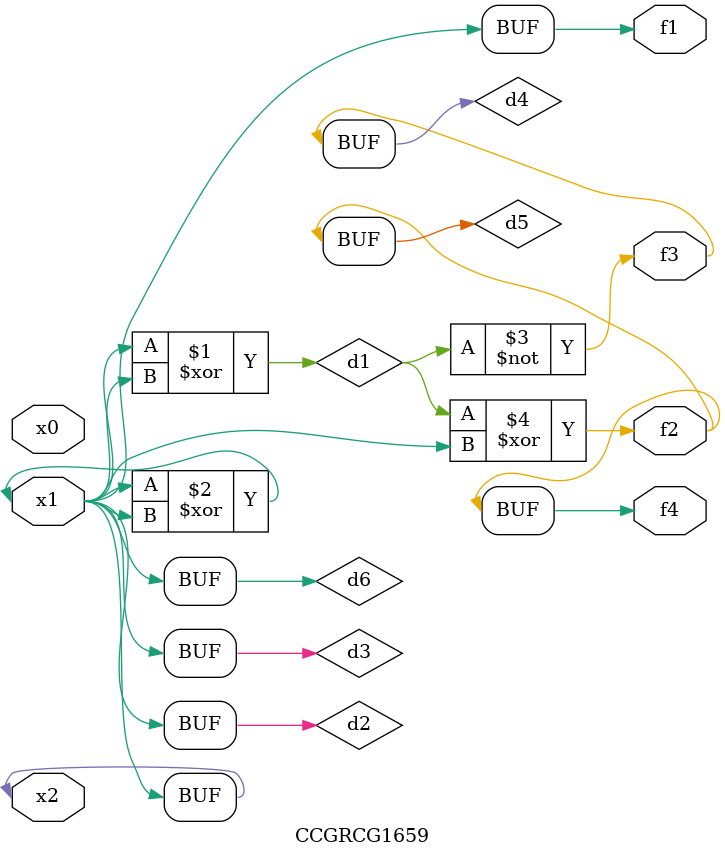
<source format=v>
module CCGRCG1659(
	input x0, x1, x2,
	output f1, f2, f3, f4
);

	wire d1, d2, d3, d4, d5, d6;

	xor (d1, x1, x2);
	buf (d2, x1, x2);
	xor (d3, x1, x2);
	nor (d4, d1);
	xor (d5, d1, d2);
	buf (d6, d2, d3);
	assign f1 = d6;
	assign f2 = d5;
	assign f3 = d4;
	assign f4 = d5;
endmodule

</source>
